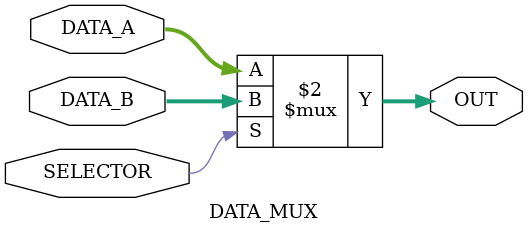
<source format=v>
`timescale 1ns / 1ps


module DATA_MUX(
        input SELECTOR,
        input [63:0] DATA_A,
        input [63:0] DATA_B,
        output [63:0] OUT
    );
    
    assign OUT = (SELECTOR == 0) ? DATA_A : DATA_B;
    
endmodule

</source>
